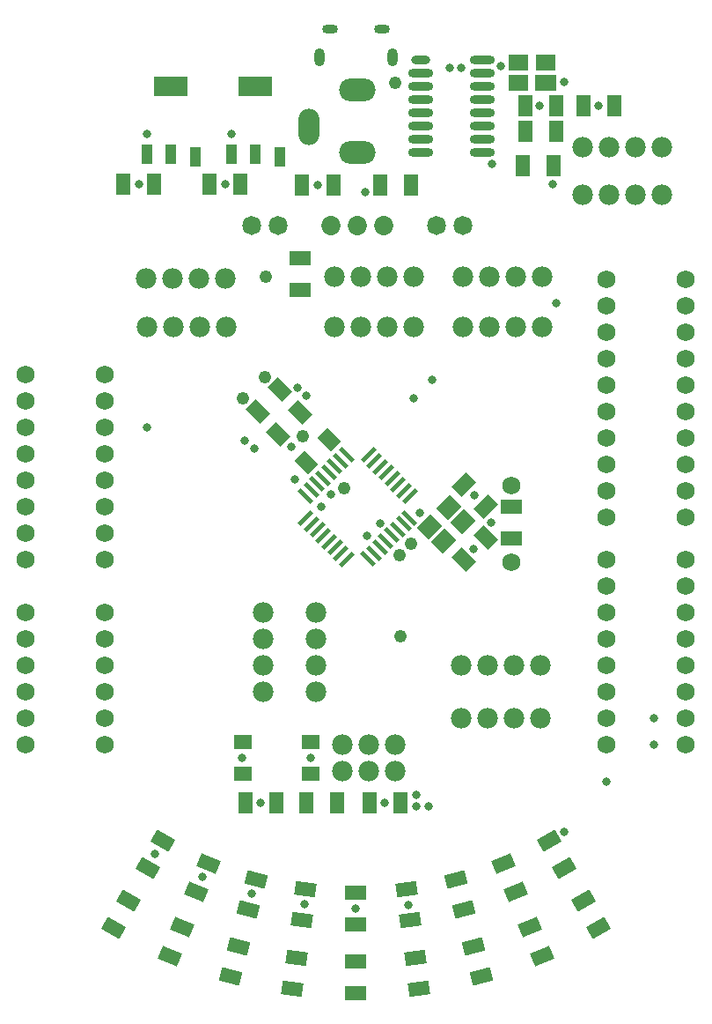
<source format=gts>
G04*
G04 #@! TF.GenerationSoftware,Altium Limited,Altium Designer,24.2.2 (26)*
G04*
G04 Layer_Color=8388736*
%FSLAX44Y44*%
%MOMM*%
G71*
G04*
G04 #@! TF.SameCoordinates,14A9DA51-42A2-44A4-A91A-1E31E54FDAF6*
G04*
G04*
G04 #@! TF.FilePolarity,Negative*
G04*
G01*
G75*
G04:AMPARAMS|DCode=25|XSize=1.3716mm|YSize=1.8542mm|CornerRadius=0mm|HoleSize=0mm|Usage=FLASHONLY|Rotation=225.000|XOffset=0mm|YOffset=0mm|HoleType=Round|Shape=Rectangle|*
%AMROTATEDRECTD25*
4,1,4,-0.1706,1.1405,1.1405,-0.1706,0.1706,-1.1405,-1.1405,0.1706,-0.1706,1.1405,0.0*
%
%ADD25ROTATEDRECTD25*%

%ADD43C,0.0000*%
%ADD44R,2.0066X1.3208*%
G04:AMPARAMS|DCode=45|XSize=1.3208mm|YSize=2.0066mm|CornerRadius=0mm|HoleSize=0mm|Usage=FLASHONLY|Rotation=60.000|XOffset=0mm|YOffset=0mm|HoleType=Round|Shape=Rectangle|*
%AMROTATEDRECTD45*
4,1,4,0.5387,-1.0736,-1.1991,-0.0703,-0.5387,1.0736,1.1991,0.0703,0.5387,-1.0736,0.0*
%
%ADD45ROTATEDRECTD45*%

%ADD46R,1.3208X2.0066*%
%ADD47R,3.3020X1.9032*%
%ADD48R,1.0414X1.9032*%
G04:AMPARAMS|DCode=49|XSize=1.3208mm|YSize=2.0066mm|CornerRadius=0mm|HoleSize=0mm|Usage=FLASHONLY|Rotation=45.000|XOffset=0mm|YOffset=0mm|HoleType=Round|Shape=Rectangle|*
%AMROTATEDRECTD49*
4,1,4,0.2425,-1.1764,-1.1764,0.2425,-0.2425,1.1764,1.1764,-0.2425,0.2425,-1.1764,0.0*
%
%ADD49ROTATEDRECTD49*%

%ADD50O,2.4032X0.8128*%
%ADD51O,1.8542X0.8128*%
%ADD52R,1.8542X1.6032*%
%ADD53R,2.0032X1.6032*%
G04:AMPARAMS|DCode=54|XSize=0.4318mm|YSize=1.7008mm|CornerRadius=0mm|HoleSize=0mm|Usage=FLASHONLY|Rotation=45.000|XOffset=0mm|YOffset=0mm|HoleType=Round|Shape=Rectangle|*
%AMROTATEDRECTD54*
4,1,4,0.4487,-0.7540,-0.7540,0.4487,-0.4487,0.7540,0.7540,-0.4487,0.4487,-0.7540,0.0*
%
%ADD54ROTATEDRECTD54*%

G04:AMPARAMS|DCode=55|XSize=0.4318mm|YSize=1.7008mm|CornerRadius=0mm|HoleSize=0mm|Usage=FLASHONLY|Rotation=315.000|XOffset=0mm|YOffset=0mm|HoleType=Round|Shape=Rectangle|*
%AMROTATEDRECTD55*
4,1,4,-0.7540,-0.4487,0.4487,0.7540,0.7540,0.4487,-0.4487,-0.7540,-0.7540,-0.4487,0.0*
%
%ADD55ROTATEDRECTD55*%

G04:AMPARAMS|DCode=56|XSize=1.6032mm|YSize=1.8542mm|CornerRadius=0mm|HoleSize=0mm|Usage=FLASHONLY|Rotation=135.000|XOffset=0mm|YOffset=0mm|HoleType=Round|Shape=Rectangle|*
%AMROTATEDRECTD56*
4,1,4,1.2224,0.0887,-0.0887,-1.2224,-1.2224,-0.0887,0.0887,1.2224,1.2224,0.0887,0.0*
%
%ADD56ROTATEDRECTD56*%

G04:AMPARAMS|DCode=57|XSize=1.3208mm|YSize=2.0066mm|CornerRadius=0mm|HoleSize=0mm|Usage=FLASHONLY|Rotation=135.000|XOffset=0mm|YOffset=0mm|HoleType=Round|Shape=Rectangle|*
%AMROTATEDRECTD57*
4,1,4,1.1764,0.2425,-0.2425,-1.1764,-1.1764,-0.2425,0.2425,1.1764,1.1764,0.2425,0.0*
%
%ADD57ROTATEDRECTD57*%

G04:AMPARAMS|DCode=58|XSize=1.3208mm|YSize=2.0066mm|CornerRadius=0mm|HoleSize=0mm|Usage=FLASHONLY|Rotation=120.000|XOffset=0mm|YOffset=0mm|HoleType=Round|Shape=Rectangle|*
%AMROTATEDRECTD58*
4,1,4,1.1991,-0.0703,-0.5387,-1.0736,-1.1991,0.0703,0.5387,1.0736,1.1991,-0.0703,0.0*
%
%ADD58ROTATEDRECTD58*%

G04:AMPARAMS|DCode=59|XSize=1.3208mm|YSize=2.0066mm|CornerRadius=0mm|HoleSize=0mm|Usage=FLASHONLY|Rotation=112.500|XOffset=0mm|YOffset=0mm|HoleType=Round|Shape=Rectangle|*
%AMROTATEDRECTD59*
4,1,4,1.1797,-0.2262,-0.6742,-0.9941,-1.1797,0.2262,0.6742,0.9941,1.1797,-0.2262,0.0*
%
%ADD59ROTATEDRECTD59*%

G04:AMPARAMS|DCode=60|XSize=1.3208mm|YSize=2.0066mm|CornerRadius=0mm|HoleSize=0mm|Usage=FLASHONLY|Rotation=105.000|XOffset=0mm|YOffset=0mm|HoleType=Round|Shape=Rectangle|*
%AMROTATEDRECTD60*
4,1,4,1.1400,-0.3782,-0.7982,-0.8976,-1.1400,0.3782,0.7982,0.8976,1.1400,-0.3782,0.0*
%
%ADD60ROTATEDRECTD60*%

G04:AMPARAMS|DCode=61|XSize=1.3208mm|YSize=2.0066mm|CornerRadius=0mm|HoleSize=0mm|Usage=FLASHONLY|Rotation=97.500|XOffset=0mm|YOffset=0mm|HoleType=Round|Shape=Rectangle|*
%AMROTATEDRECTD61*
4,1,4,1.0809,-0.5238,-0.9085,-0.7857,-1.0809,0.5238,0.9085,0.7857,1.0809,-0.5238,0.0*
%
%ADD61ROTATEDRECTD61*%

G04:AMPARAMS|DCode=62|XSize=1.3208mm|YSize=2.0066mm|CornerRadius=0mm|HoleSize=0mm|Usage=FLASHONLY|Rotation=82.500|XOffset=0mm|YOffset=0mm|HoleType=Round|Shape=Rectangle|*
%AMROTATEDRECTD62*
4,1,4,0.9085,-0.7857,-1.0809,-0.5238,-0.9085,0.7857,1.0809,0.5238,0.9085,-0.7857,0.0*
%
%ADD62ROTATEDRECTD62*%

G04:AMPARAMS|DCode=63|XSize=1.3208mm|YSize=2.0066mm|CornerRadius=0mm|HoleSize=0mm|Usage=FLASHONLY|Rotation=75.000|XOffset=0mm|YOffset=0mm|HoleType=Round|Shape=Rectangle|*
%AMROTATEDRECTD63*
4,1,4,0.7982,-0.8976,-1.1400,-0.3782,-0.7982,0.8976,1.1400,0.3782,0.7982,-0.8976,0.0*
%
%ADD63ROTATEDRECTD63*%

G04:AMPARAMS|DCode=64|XSize=1.3208mm|YSize=2.0066mm|CornerRadius=0mm|HoleSize=0mm|Usage=FLASHONLY|Rotation=67.500|XOffset=0mm|YOffset=0mm|HoleType=Round|Shape=Rectangle|*
%AMROTATEDRECTD64*
4,1,4,0.6742,-0.9941,-1.1797,-0.2262,-0.6742,0.9941,1.1797,0.2262,0.6742,-0.9941,0.0*
%
%ADD64ROTATEDRECTD64*%

%ADD65R,1.7032X1.4032*%
%ADD66C,1.9812*%
%ADD67C,1.8232*%
%ADD68C,1.7272*%
%ADD69O,0.9782X1.7532*%
%ADD70O,1.5032X0.8532*%
%ADD71O,2.0032X3.5032*%
%ADD72O,3.5052X2.2032*%
%ADD73C,1.8532*%
%ADD74C,0.8382*%
%ADD75C,1.7526*%
%ADD76C,1.2192*%
D25*
X447424Y524894D02*
D03*
X469516Y546986D02*
D03*
D43*
X581381Y752856D02*
G03*
X581381Y752856I-8611J0D01*
G01*
X606781D02*
G03*
X606781Y752856I-8611J0D01*
G01*
X428981D02*
G03*
X428981Y752856I-8611J0D01*
G01*
X403581D02*
G03*
X403581Y752856I-8611J0D01*
G01*
D44*
X441960Y691134D02*
D03*
Y721106D02*
D03*
X645160Y452374D02*
D03*
Y482346D02*
D03*
X495300Y15494D02*
D03*
X495300Y45466D02*
D03*
X495300Y111506D02*
D03*
Y81534D02*
D03*
D45*
X261747Y78074D02*
D03*
X276733Y104031D02*
D03*
X309753Y161223D02*
D03*
X294767Y135267D02*
D03*
D46*
X354330Y792226D02*
D03*
X384302D02*
D03*
X301244D02*
D03*
X271272D02*
D03*
X688340Y867410D02*
D03*
X658368D02*
D03*
X655574Y810260D02*
D03*
X685546D02*
D03*
X658114Y843280D02*
D03*
X688086D02*
D03*
X548640Y791464D02*
D03*
X518668D02*
D03*
X744220Y867410D02*
D03*
X714248D02*
D03*
X477266Y198120D02*
D03*
X447294D02*
D03*
X443484Y791464D02*
D03*
X473456D02*
D03*
X388874Y198120D02*
D03*
X418846D02*
D03*
X508254D02*
D03*
X538226D02*
D03*
D47*
X317500Y885940D02*
D03*
X398780D02*
D03*
D48*
X294386Y820940D02*
D03*
X317500D02*
D03*
X340614Y818440D02*
D03*
X375666Y820940D02*
D03*
X398780D02*
D03*
X421894Y818440D02*
D03*
D49*
X441376Y573409D02*
D03*
X420183Y552215D02*
D03*
X400883Y573603D02*
D03*
X422077Y594797D02*
D03*
X599003Y431363D02*
D03*
X620197Y452557D02*
D03*
D50*
X557784Y822960D02*
D03*
Y835660D02*
D03*
Y848360D02*
D03*
Y861060D02*
D03*
Y873760D02*
D03*
Y886460D02*
D03*
Y899160D02*
D03*
X617220Y911860D02*
D03*
Y899160D02*
D03*
Y886460D02*
D03*
Y873760D02*
D03*
Y861060D02*
D03*
Y848360D02*
D03*
Y835660D02*
D03*
Y822960D02*
D03*
D51*
X557784Y911860D02*
D03*
D52*
X651518Y909360D02*
D03*
Y889960D02*
D03*
X677918Y909360D02*
D03*
D53*
Y889960D02*
D03*
D54*
X507151Y432322D02*
D03*
X512719Y437890D02*
D03*
X518466Y443637D02*
D03*
X524034Y449205D02*
D03*
X529781Y454953D02*
D03*
X535349Y460520D02*
D03*
X541096Y466268D02*
D03*
X546664Y471835D02*
D03*
X486136Y532364D02*
D03*
X480568Y526796D02*
D03*
X474821Y521049D02*
D03*
X469253Y515481D02*
D03*
X463506Y509734D02*
D03*
X457938Y504166D02*
D03*
X452190Y498418D02*
D03*
X446623Y492851D02*
D03*
D55*
X547011Y492504D02*
D03*
X541443Y498072D02*
D03*
X535695Y503819D02*
D03*
X530128Y509387D02*
D03*
X524380Y515134D02*
D03*
X518813Y520702D02*
D03*
X513065Y526450D02*
D03*
X507497Y532017D02*
D03*
X446969Y471489D02*
D03*
X452537Y465921D02*
D03*
X458284Y460174D02*
D03*
X463852Y454606D02*
D03*
X469599Y448859D02*
D03*
X475167Y443291D02*
D03*
X480914Y437544D02*
D03*
X486482Y431976D02*
D03*
D56*
X598206Y468211D02*
D03*
X584488Y481929D02*
D03*
X579539Y449544D02*
D03*
X565821Y463262D02*
D03*
D57*
X599003Y503357D02*
D03*
X620197Y482163D02*
D03*
D58*
X728853Y78074D02*
D03*
X713867Y104031D02*
D03*
X695833Y135267D02*
D03*
X680847Y161223D02*
D03*
D59*
X662584Y78741D02*
D03*
X674054Y51050D02*
D03*
X648781Y112063D02*
D03*
X637312Y139754D02*
D03*
D60*
X608439Y60361D02*
D03*
X616196Y31410D02*
D03*
X591346Y124151D02*
D03*
X599104Y95200D02*
D03*
D61*
X556270Y19490D02*
D03*
X552357Y49206D02*
D03*
X543889Y114681D02*
D03*
X547802Y84965D02*
D03*
D62*
X434330Y19490D02*
D03*
X438243Y49206D02*
D03*
X446862Y114681D02*
D03*
X442950Y84965D02*
D03*
D63*
X382161Y60361D02*
D03*
X374404Y31410D02*
D03*
X391497Y95200D02*
D03*
X399254Y124151D02*
D03*
D64*
X316546Y51050D02*
D03*
X328016Y78741D02*
D03*
X353288Y139754D02*
D03*
X341819Y112063D02*
D03*
D65*
X452120Y226060D02*
D03*
X386120Y256060D02*
D03*
Y226060D02*
D03*
X452120Y256060D02*
D03*
D66*
X648970Y703580D02*
D03*
X674370D02*
D03*
X598170D02*
D03*
X623570D02*
D03*
X649010Y655590D02*
D03*
X674410D02*
D03*
X598210D02*
D03*
X623610D02*
D03*
X457200Y330200D02*
D03*
Y304800D02*
D03*
Y381000D02*
D03*
Y355600D02*
D03*
X406400D02*
D03*
Y381000D02*
D03*
Y304800D02*
D03*
Y330200D02*
D03*
X525780Y655320D02*
D03*
X551180D02*
D03*
X474980D02*
D03*
X500380D02*
D03*
X525780Y703580D02*
D03*
X551180D02*
D03*
X474980D02*
D03*
X500380D02*
D03*
X622300Y279400D02*
D03*
X596900D02*
D03*
X673100D02*
D03*
X647700D02*
D03*
X622300Y330200D02*
D03*
X596900D02*
D03*
X673100D02*
D03*
X647700D02*
D03*
X344170Y702056D02*
D03*
X369570D02*
D03*
X293370D02*
D03*
X318770D02*
D03*
X319786Y655320D02*
D03*
X294386D02*
D03*
X370586D02*
D03*
X345186D02*
D03*
X739140Y828040D02*
D03*
X713740D02*
D03*
X789940D02*
D03*
X764540D02*
D03*
X739140Y782320D02*
D03*
X713740D02*
D03*
X789940D02*
D03*
X764540D02*
D03*
X482600Y228600D02*
D03*
Y254000D02*
D03*
X508000Y228600D02*
D03*
Y254000D02*
D03*
X533400Y228600D02*
D03*
Y254000D02*
D03*
D67*
X572770Y752856D02*
D03*
X598170D02*
D03*
X420370D02*
D03*
X394970D02*
D03*
D68*
X736600Y701040D02*
D03*
Y675640D02*
D03*
Y650240D02*
D03*
Y624840D02*
D03*
Y599440D02*
D03*
Y574040D02*
D03*
Y548640D02*
D03*
Y523240D02*
D03*
Y497840D02*
D03*
Y472440D02*
D03*
X254000Y254000D02*
D03*
Y279400D02*
D03*
Y304800D02*
D03*
Y330200D02*
D03*
Y355600D02*
D03*
Y381000D02*
D03*
X177800D02*
D03*
Y355600D02*
D03*
Y330200D02*
D03*
Y304800D02*
D03*
Y279400D02*
D03*
Y254000D02*
D03*
X812800D02*
D03*
Y279400D02*
D03*
Y304800D02*
D03*
Y330200D02*
D03*
Y355600D02*
D03*
Y381000D02*
D03*
Y406400D02*
D03*
Y431800D02*
D03*
X736600Y254000D02*
D03*
Y279400D02*
D03*
Y304800D02*
D03*
Y330200D02*
D03*
Y355600D02*
D03*
Y381000D02*
D03*
Y406400D02*
D03*
Y431800D02*
D03*
X177800Y609600D02*
D03*
Y584200D02*
D03*
Y558800D02*
D03*
Y533400D02*
D03*
Y508000D02*
D03*
Y482600D02*
D03*
Y457200D02*
D03*
Y431800D02*
D03*
X254000Y609600D02*
D03*
Y584200D02*
D03*
Y558800D02*
D03*
Y533400D02*
D03*
Y508000D02*
D03*
Y482600D02*
D03*
Y457200D02*
D03*
Y431800D02*
D03*
X812800Y472440D02*
D03*
Y497840D02*
D03*
Y523240D02*
D03*
Y548640D02*
D03*
Y574040D02*
D03*
Y599440D02*
D03*
Y624840D02*
D03*
Y650240D02*
D03*
Y675640D02*
D03*
Y701040D02*
D03*
X645160Y502920D02*
D03*
D69*
X460300Y914400D02*
D03*
X530300D02*
D03*
D70*
X470300Y941400D02*
D03*
X520300D02*
D03*
D71*
X450070Y847650D02*
D03*
D72*
X496570Y822650D02*
D03*
Y882650D02*
D03*
D73*
X521970Y752856D02*
D03*
X496570D02*
D03*
X471170D02*
D03*
D74*
X688340Y678180D02*
D03*
X447502Y588818D02*
D03*
X471275Y494180D02*
D03*
X782320Y254000D02*
D03*
Y279400D02*
D03*
X546100Y99568D02*
D03*
X433070Y539750D02*
D03*
X728980Y867410D02*
D03*
X369316Y792226D02*
D03*
X504190Y784860D02*
D03*
X523240Y198120D02*
D03*
X403860D02*
D03*
X452120Y241300D02*
D03*
X386080D02*
D03*
X286512Y792226D02*
D03*
X458470Y791464D02*
D03*
X375920Y840740D02*
D03*
X294640D02*
D03*
X568960Y604520D02*
D03*
X439420Y596900D02*
D03*
X388620Y546100D02*
D03*
X397187Y538533D02*
D03*
X585344Y904367D02*
D03*
X596773Y904240D02*
D03*
X626110Y811530D02*
D03*
X684530Y792480D02*
D03*
X671830Y867410D02*
D03*
X695875Y170327D02*
D03*
X695960Y890270D02*
D03*
X634746Y905510D02*
D03*
X625094Y467360D02*
D03*
X609092Y493522D02*
D03*
X608584Y441452D02*
D03*
X556768Y476250D02*
D03*
X495300Y96520D02*
D03*
X445770Y100330D02*
D03*
X394970Y110490D02*
D03*
X347980Y127000D02*
D03*
X302260Y148590D02*
D03*
X518250Y466611D02*
D03*
X506222Y454914D02*
D03*
X293878Y558800D02*
D03*
X565150Y194310D02*
D03*
X553720Y205740D02*
D03*
Y194310D02*
D03*
X736437Y218619D02*
D03*
X462280Y482600D02*
D03*
X436110Y508770D02*
D03*
X551180Y586740D02*
D03*
D75*
X645160Y429260D02*
D03*
D76*
X483870Y500380D02*
D03*
X532765Y889635D02*
D03*
X407445Y607285D02*
D03*
X386490Y586330D02*
D03*
X408940Y703580D02*
D03*
X444500Y549910D02*
D03*
X537958Y358337D02*
D03*
X548640Y447040D02*
D03*
X537210Y435610D02*
D03*
M02*

</source>
